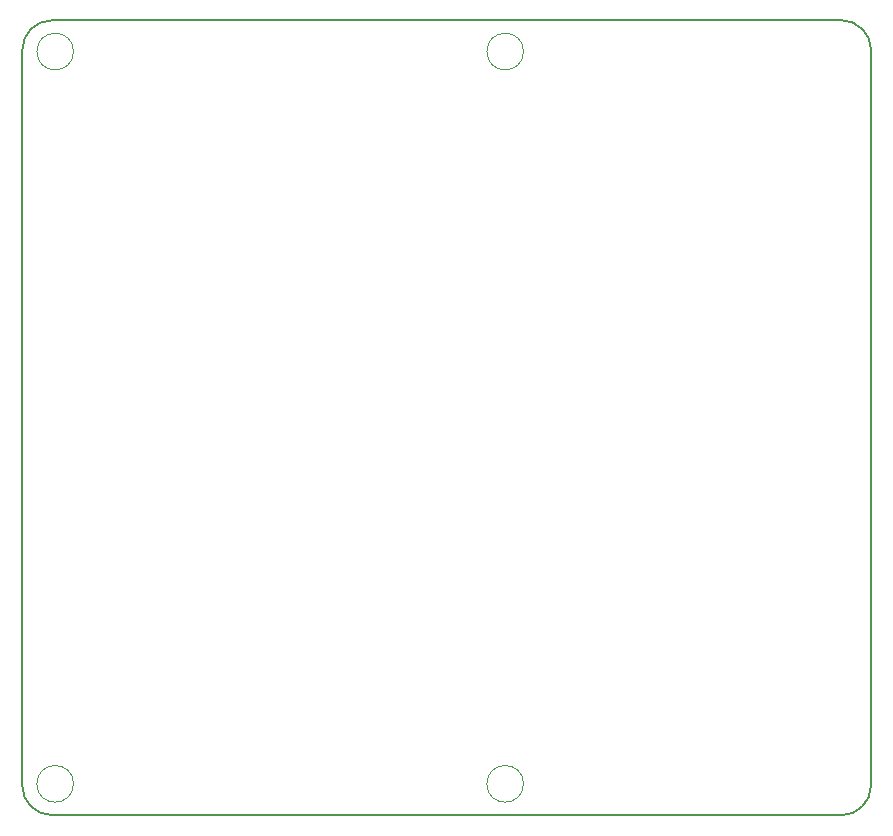
<source format=gbr>
%TF.GenerationSoftware,KiCad,Pcbnew,(5.1.8-0-10_14)*%
%TF.CreationDate,2021-04-04T23:03:52-06:00*%
%TF.ProjectId,bluescsi_powerbook,626c7565-7363-4736-995f-706f77657262,rev?*%
%TF.SameCoordinates,Original*%
%TF.FileFunction,Profile,NP*%
%FSLAX46Y46*%
G04 Gerber Fmt 4.6, Leading zero omitted, Abs format (unit mm)*
G04 Created by KiCad (PCBNEW (5.1.8-0-10_14)) date 2021-04-04 23:03:52*
%MOMM*%
%LPD*%
G01*
G04 APERTURE LIST*
%TA.AperFunction,Profile*%
%ADD10C,0.150000*%
%TD*%
%TA.AperFunction,Profile*%
%ADD11C,0.050000*%
%TD*%
G04 APERTURE END LIST*
D10*
X166370000Y-133985000D02*
G75*
G02*
X163830000Y-136525000I-2540000J0D01*
G01*
X163830000Y-69215000D02*
G75*
G02*
X166370000Y-71755000I0J-2540000D01*
G01*
X97028000Y-136525000D02*
G75*
G02*
X94488000Y-133985000I0J2540000D01*
G01*
X94488000Y-71755000D02*
G75*
G02*
X97028000Y-69215000I2540000J0D01*
G01*
D11*
X136932000Y-133871000D02*
G75*
G03*
X136932000Y-133871000I-1550000J0D01*
G01*
X136932000Y-71869000D02*
G75*
G03*
X136932000Y-71869000I-1550000J0D01*
G01*
X98832000Y-133871000D02*
G75*
G03*
X98832000Y-133871000I-1550000J0D01*
G01*
X98832000Y-71869000D02*
G75*
G03*
X98832000Y-71869000I-1550000J0D01*
G01*
D10*
X166370000Y-133985000D02*
X166370000Y-71755000D01*
X97028000Y-136525000D02*
X163830000Y-136525000D01*
X94488000Y-71755000D02*
X94488000Y-133985000D01*
X163830000Y-69215000D02*
X97028000Y-69215000D01*
M02*

</source>
